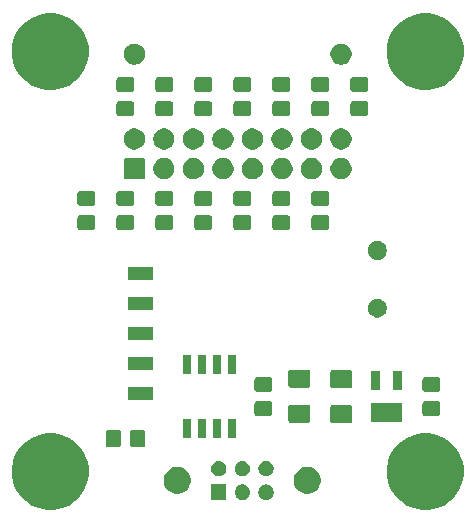
<source format=gbr>
G04 #@! TF.GenerationSoftware,KiCad,Pcbnew,(5.0.1)-3*
G04 #@! TF.CreationDate,2020-02-22T10:46:56-05:00*
G04 #@! TF.ProjectId,fill_sensing,66696C6C5F73656E73696E672E6B6963,rev?*
G04 #@! TF.SameCoordinates,Original*
G04 #@! TF.FileFunction,Soldermask,Bot*
G04 #@! TF.FilePolarity,Negative*
%FSLAX46Y46*%
G04 Gerber Fmt 4.6, Leading zero omitted, Abs format (unit mm)*
G04 Created by KiCad (PCBNEW (5.0.1)-3) date 2020-02-22 10:46:56 AM*
%MOMM*%
%LPD*%
G01*
G04 APERTURE LIST*
%ADD10C,0.100000*%
G04 APERTURE END LIST*
D10*
G36*
X137032239Y-100697467D02*
X137346282Y-100759934D01*
X137937926Y-101005001D01*
X138466802Y-101358385D01*
X138470395Y-101360786D01*
X138923214Y-101813605D01*
X138923216Y-101813608D01*
X139278999Y-102346074D01*
X139524066Y-102937718D01*
X139547413Y-103055091D01*
X139649000Y-103565803D01*
X139649000Y-104206197D01*
X139648460Y-104208911D01*
X139524066Y-104834282D01*
X139278999Y-105425926D01*
X139069964Y-105738768D01*
X138923214Y-105958395D01*
X138470395Y-106411214D01*
X138470392Y-106411216D01*
X137937926Y-106766999D01*
X137346282Y-107012066D01*
X137032239Y-107074533D01*
X136718197Y-107137000D01*
X136077803Y-107137000D01*
X135763761Y-107074533D01*
X135449718Y-107012066D01*
X134858074Y-106766999D01*
X134325608Y-106411216D01*
X134325605Y-106411214D01*
X133872786Y-105958395D01*
X133726036Y-105738768D01*
X133517001Y-105425926D01*
X133271934Y-104834282D01*
X133147540Y-104208911D01*
X133147000Y-104206197D01*
X133147000Y-103565803D01*
X133248587Y-103055091D01*
X133271934Y-102937718D01*
X133517001Y-102346074D01*
X133872784Y-101813608D01*
X133872786Y-101813605D01*
X134325605Y-101360786D01*
X134329198Y-101358385D01*
X134858074Y-101005001D01*
X135449718Y-100759934D01*
X135763761Y-100697467D01*
X136077803Y-100635000D01*
X136718197Y-100635000D01*
X137032239Y-100697467D01*
X137032239Y-100697467D01*
G37*
G36*
X105282239Y-100697467D02*
X105596282Y-100759934D01*
X106187926Y-101005001D01*
X106716802Y-101358385D01*
X106720395Y-101360786D01*
X107173214Y-101813605D01*
X107173216Y-101813608D01*
X107528999Y-102346074D01*
X107774066Y-102937718D01*
X107797413Y-103055091D01*
X107899000Y-103565803D01*
X107899000Y-104206197D01*
X107898460Y-104208911D01*
X107774066Y-104834282D01*
X107528999Y-105425926D01*
X107319964Y-105738768D01*
X107173214Y-105958395D01*
X106720395Y-106411214D01*
X106720392Y-106411216D01*
X106187926Y-106766999D01*
X105596282Y-107012066D01*
X105282239Y-107074533D01*
X104968197Y-107137000D01*
X104327803Y-107137000D01*
X104013761Y-107074533D01*
X103699718Y-107012066D01*
X103108074Y-106766999D01*
X102575608Y-106411216D01*
X102575605Y-106411214D01*
X102122786Y-105958395D01*
X101976036Y-105738768D01*
X101767001Y-105425926D01*
X101521934Y-104834282D01*
X101397540Y-104208911D01*
X101397000Y-104206197D01*
X101397000Y-103565803D01*
X101498587Y-103055091D01*
X101521934Y-102937718D01*
X101767001Y-102346074D01*
X102122784Y-101813608D01*
X102122786Y-101813605D01*
X102575605Y-101360786D01*
X102579198Y-101358385D01*
X103108074Y-101005001D01*
X103699718Y-100759934D01*
X104013761Y-100697467D01*
X104327803Y-100635000D01*
X104968197Y-100635000D01*
X105282239Y-100697467D01*
X105282239Y-100697467D01*
G37*
G36*
X123093890Y-105006017D02*
X123212361Y-105055089D01*
X123318992Y-105126338D01*
X123409662Y-105217008D01*
X123480911Y-105323639D01*
X123529983Y-105442110D01*
X123555000Y-105567881D01*
X123555000Y-105696119D01*
X123529983Y-105821890D01*
X123480911Y-105940361D01*
X123409662Y-106046992D01*
X123318992Y-106137662D01*
X123212361Y-106208911D01*
X123093890Y-106257983D01*
X122968119Y-106283000D01*
X122839881Y-106283000D01*
X122714110Y-106257983D01*
X122595639Y-106208911D01*
X122489008Y-106137662D01*
X122398338Y-106046992D01*
X122327089Y-105940361D01*
X122278017Y-105821890D01*
X122253000Y-105696119D01*
X122253000Y-105567881D01*
X122278017Y-105442110D01*
X122327089Y-105323639D01*
X122398338Y-105217008D01*
X122489008Y-105126338D01*
X122595639Y-105055089D01*
X122714110Y-105006017D01*
X122839881Y-104981000D01*
X122968119Y-104981000D01*
X123093890Y-105006017D01*
X123093890Y-105006017D01*
G37*
G36*
X119555000Y-106283000D02*
X118253000Y-106283000D01*
X118253000Y-104981000D01*
X119555000Y-104981000D01*
X119555000Y-106283000D01*
X119555000Y-106283000D01*
G37*
G36*
X121093890Y-105006017D02*
X121212361Y-105055089D01*
X121318992Y-105126338D01*
X121409662Y-105217008D01*
X121480911Y-105323639D01*
X121529983Y-105442110D01*
X121555000Y-105567881D01*
X121555000Y-105696119D01*
X121529983Y-105821890D01*
X121480911Y-105940361D01*
X121409662Y-106046992D01*
X121318992Y-106137662D01*
X121212361Y-106208911D01*
X121093890Y-106257983D01*
X120968119Y-106283000D01*
X120839881Y-106283000D01*
X120714110Y-106257983D01*
X120595639Y-106208911D01*
X120489008Y-106137662D01*
X120398338Y-106046992D01*
X120327089Y-105940361D01*
X120278017Y-105821890D01*
X120253000Y-105696119D01*
X120253000Y-105567881D01*
X120278017Y-105442110D01*
X120327089Y-105323639D01*
X120398338Y-105217008D01*
X120489008Y-105126338D01*
X120595639Y-105055089D01*
X120714110Y-105006017D01*
X120839881Y-104981000D01*
X120968119Y-104981000D01*
X121093890Y-105006017D01*
X121093890Y-105006017D01*
G37*
G36*
X126739734Y-103525232D02*
X126949202Y-103611996D01*
X127137723Y-103737962D01*
X127298038Y-103898277D01*
X127424004Y-104086798D01*
X127510768Y-104296266D01*
X127555000Y-104518635D01*
X127555000Y-104745365D01*
X127510768Y-104967734D01*
X127424004Y-105177202D01*
X127298038Y-105365723D01*
X127137723Y-105526038D01*
X126949202Y-105652004D01*
X126739734Y-105738768D01*
X126517365Y-105783000D01*
X126290635Y-105783000D01*
X126068266Y-105738768D01*
X125858798Y-105652004D01*
X125670277Y-105526038D01*
X125509962Y-105365723D01*
X125383996Y-105177202D01*
X125297232Y-104967734D01*
X125253000Y-104745365D01*
X125253000Y-104518635D01*
X125297232Y-104296266D01*
X125383996Y-104086798D01*
X125509962Y-103898277D01*
X125670277Y-103737962D01*
X125858798Y-103611996D01*
X126068266Y-103525232D01*
X126290635Y-103481000D01*
X126517365Y-103481000D01*
X126739734Y-103525232D01*
X126739734Y-103525232D01*
G37*
G36*
X115739734Y-103525232D02*
X115949202Y-103611996D01*
X116137723Y-103737962D01*
X116298038Y-103898277D01*
X116424004Y-104086798D01*
X116510768Y-104296266D01*
X116555000Y-104518635D01*
X116555000Y-104745365D01*
X116510768Y-104967734D01*
X116424004Y-105177202D01*
X116298038Y-105365723D01*
X116137723Y-105526038D01*
X115949202Y-105652004D01*
X115739734Y-105738768D01*
X115517365Y-105783000D01*
X115290635Y-105783000D01*
X115068266Y-105738768D01*
X114858798Y-105652004D01*
X114670277Y-105526038D01*
X114509962Y-105365723D01*
X114383996Y-105177202D01*
X114297232Y-104967734D01*
X114253000Y-104745365D01*
X114253000Y-104518635D01*
X114297232Y-104296266D01*
X114383996Y-104086798D01*
X114509962Y-103898277D01*
X114670277Y-103737962D01*
X114858798Y-103611996D01*
X115068266Y-103525232D01*
X115290635Y-103481000D01*
X115517365Y-103481000D01*
X115739734Y-103525232D01*
X115739734Y-103525232D01*
G37*
G36*
X119093890Y-103006017D02*
X119212361Y-103055089D01*
X119318992Y-103126338D01*
X119409662Y-103217008D01*
X119480911Y-103323639D01*
X119529983Y-103442110D01*
X119555000Y-103567881D01*
X119555000Y-103696119D01*
X119529983Y-103821890D01*
X119480911Y-103940361D01*
X119409662Y-104046992D01*
X119318992Y-104137662D01*
X119212361Y-104208911D01*
X119093890Y-104257983D01*
X118968119Y-104283000D01*
X118839881Y-104283000D01*
X118714110Y-104257983D01*
X118595639Y-104208911D01*
X118489008Y-104137662D01*
X118398338Y-104046992D01*
X118327089Y-103940361D01*
X118278017Y-103821890D01*
X118253000Y-103696119D01*
X118253000Y-103567881D01*
X118278017Y-103442110D01*
X118327089Y-103323639D01*
X118398338Y-103217008D01*
X118489008Y-103126338D01*
X118595639Y-103055089D01*
X118714110Y-103006017D01*
X118839881Y-102981000D01*
X118968119Y-102981000D01*
X119093890Y-103006017D01*
X119093890Y-103006017D01*
G37*
G36*
X121093890Y-103006017D02*
X121212361Y-103055089D01*
X121318992Y-103126338D01*
X121409662Y-103217008D01*
X121480911Y-103323639D01*
X121529983Y-103442110D01*
X121555000Y-103567881D01*
X121555000Y-103696119D01*
X121529983Y-103821890D01*
X121480911Y-103940361D01*
X121409662Y-104046992D01*
X121318992Y-104137662D01*
X121212361Y-104208911D01*
X121093890Y-104257983D01*
X120968119Y-104283000D01*
X120839881Y-104283000D01*
X120714110Y-104257983D01*
X120595639Y-104208911D01*
X120489008Y-104137662D01*
X120398338Y-104046992D01*
X120327089Y-103940361D01*
X120278017Y-103821890D01*
X120253000Y-103696119D01*
X120253000Y-103567881D01*
X120278017Y-103442110D01*
X120327089Y-103323639D01*
X120398338Y-103217008D01*
X120489008Y-103126338D01*
X120595639Y-103055089D01*
X120714110Y-103006017D01*
X120839881Y-102981000D01*
X120968119Y-102981000D01*
X121093890Y-103006017D01*
X121093890Y-103006017D01*
G37*
G36*
X123093890Y-103006017D02*
X123212361Y-103055089D01*
X123318992Y-103126338D01*
X123409662Y-103217008D01*
X123480911Y-103323639D01*
X123529983Y-103442110D01*
X123555000Y-103567881D01*
X123555000Y-103696119D01*
X123529983Y-103821890D01*
X123480911Y-103940361D01*
X123409662Y-104046992D01*
X123318992Y-104137662D01*
X123212361Y-104208911D01*
X123093890Y-104257983D01*
X122968119Y-104283000D01*
X122839881Y-104283000D01*
X122714110Y-104257983D01*
X122595639Y-104208911D01*
X122489008Y-104137662D01*
X122398338Y-104046992D01*
X122327089Y-103940361D01*
X122278017Y-103821890D01*
X122253000Y-103696119D01*
X122253000Y-103567881D01*
X122278017Y-103442110D01*
X122327089Y-103323639D01*
X122398338Y-103217008D01*
X122489008Y-103126338D01*
X122595639Y-103055089D01*
X122714110Y-103006017D01*
X122839881Y-102981000D01*
X122968119Y-102981000D01*
X123093890Y-103006017D01*
X123093890Y-103006017D01*
G37*
G36*
X110445677Y-100345465D02*
X110483364Y-100356898D01*
X110518103Y-100375466D01*
X110548548Y-100400452D01*
X110573534Y-100430897D01*
X110592102Y-100465636D01*
X110603535Y-100503323D01*
X110608000Y-100548661D01*
X110608000Y-101635339D01*
X110603535Y-101680677D01*
X110592102Y-101718364D01*
X110573534Y-101753103D01*
X110548548Y-101783548D01*
X110518103Y-101808534D01*
X110483364Y-101827102D01*
X110445677Y-101838535D01*
X110400339Y-101843000D01*
X109563661Y-101843000D01*
X109518323Y-101838535D01*
X109480636Y-101827102D01*
X109445897Y-101808534D01*
X109415452Y-101783548D01*
X109390466Y-101753103D01*
X109371898Y-101718364D01*
X109360465Y-101680677D01*
X109356000Y-101635339D01*
X109356000Y-100548661D01*
X109360465Y-100503323D01*
X109371898Y-100465636D01*
X109390466Y-100430897D01*
X109415452Y-100400452D01*
X109445897Y-100375466D01*
X109480636Y-100356898D01*
X109518323Y-100345465D01*
X109563661Y-100341000D01*
X110400339Y-100341000D01*
X110445677Y-100345465D01*
X110445677Y-100345465D01*
G37*
G36*
X112495677Y-100345465D02*
X112533364Y-100356898D01*
X112568103Y-100375466D01*
X112598548Y-100400452D01*
X112623534Y-100430897D01*
X112642102Y-100465636D01*
X112653535Y-100503323D01*
X112658000Y-100548661D01*
X112658000Y-101635339D01*
X112653535Y-101680677D01*
X112642102Y-101718364D01*
X112623534Y-101753103D01*
X112598548Y-101783548D01*
X112568103Y-101808534D01*
X112533364Y-101827102D01*
X112495677Y-101838535D01*
X112450339Y-101843000D01*
X111613661Y-101843000D01*
X111568323Y-101838535D01*
X111530636Y-101827102D01*
X111495897Y-101808534D01*
X111465452Y-101783548D01*
X111440466Y-101753103D01*
X111421898Y-101718364D01*
X111410465Y-101680677D01*
X111406000Y-101635339D01*
X111406000Y-100548661D01*
X111410465Y-100503323D01*
X111421898Y-100465636D01*
X111440466Y-100430897D01*
X111465452Y-100400452D01*
X111495897Y-100375466D01*
X111530636Y-100356898D01*
X111568323Y-100345465D01*
X111613661Y-100341000D01*
X112450339Y-100341000D01*
X112495677Y-100345465D01*
X112495677Y-100345465D01*
G37*
G36*
X119096000Y-101062000D02*
X118394000Y-101062000D01*
X118394000Y-99410000D01*
X119096000Y-99410000D01*
X119096000Y-101062000D01*
X119096000Y-101062000D01*
G37*
G36*
X116556000Y-101062000D02*
X115854000Y-101062000D01*
X115854000Y-99410000D01*
X116556000Y-99410000D01*
X116556000Y-101062000D01*
X116556000Y-101062000D01*
G37*
G36*
X117826000Y-101062000D02*
X117124000Y-101062000D01*
X117124000Y-99410000D01*
X117826000Y-99410000D01*
X117826000Y-101062000D01*
X117826000Y-101062000D01*
G37*
G36*
X120366000Y-101062000D02*
X119664000Y-101062000D01*
X119664000Y-99410000D01*
X120366000Y-99410000D01*
X120366000Y-101062000D01*
X120366000Y-101062000D01*
G37*
G36*
X130061562Y-98264181D02*
X130096477Y-98274773D01*
X130128665Y-98291978D01*
X130156873Y-98315127D01*
X130180022Y-98343335D01*
X130197227Y-98375523D01*
X130207819Y-98410438D01*
X130212000Y-98452895D01*
X130212000Y-99594105D01*
X130207819Y-99636562D01*
X130197227Y-99671477D01*
X130180022Y-99703665D01*
X130156873Y-99731873D01*
X130128665Y-99755022D01*
X130096477Y-99772227D01*
X130061562Y-99782819D01*
X130019105Y-99787000D01*
X128552895Y-99787000D01*
X128510438Y-99782819D01*
X128475523Y-99772227D01*
X128443335Y-99755022D01*
X128415127Y-99731873D01*
X128391978Y-99703665D01*
X128374773Y-99671477D01*
X128364181Y-99636562D01*
X128360000Y-99594105D01*
X128360000Y-98452895D01*
X128364181Y-98410438D01*
X128374773Y-98375523D01*
X128391978Y-98343335D01*
X128415127Y-98315127D01*
X128443335Y-98291978D01*
X128475523Y-98274773D01*
X128510438Y-98264181D01*
X128552895Y-98260000D01*
X130019105Y-98260000D01*
X130061562Y-98264181D01*
X130061562Y-98264181D01*
G37*
G36*
X126505562Y-98227681D02*
X126540477Y-98238273D01*
X126572665Y-98255478D01*
X126600873Y-98278627D01*
X126624022Y-98306835D01*
X126641227Y-98339023D01*
X126651819Y-98373938D01*
X126656000Y-98416395D01*
X126656000Y-99557605D01*
X126651819Y-99600062D01*
X126641227Y-99634977D01*
X126624022Y-99667165D01*
X126600873Y-99695373D01*
X126572665Y-99718522D01*
X126540477Y-99735727D01*
X126505562Y-99746319D01*
X126463105Y-99750500D01*
X124996895Y-99750500D01*
X124954438Y-99746319D01*
X124919523Y-99735727D01*
X124887335Y-99718522D01*
X124859127Y-99695373D01*
X124835978Y-99667165D01*
X124818773Y-99634977D01*
X124808181Y-99600062D01*
X124804000Y-99557605D01*
X124804000Y-98416395D01*
X124808181Y-98373938D01*
X124818773Y-98339023D01*
X124835978Y-98306835D01*
X124859127Y-98278627D01*
X124887335Y-98255478D01*
X124919523Y-98238273D01*
X124954438Y-98227681D01*
X124996895Y-98223500D01*
X126463105Y-98223500D01*
X126505562Y-98227681D01*
X126505562Y-98227681D01*
G37*
G36*
X134422000Y-99717000D02*
X131770000Y-99717000D01*
X131770000Y-98055000D01*
X134422000Y-98055000D01*
X134422000Y-99717000D01*
X134422000Y-99717000D01*
G37*
G36*
X123270677Y-97939465D02*
X123308364Y-97950898D01*
X123343103Y-97969466D01*
X123373548Y-97994452D01*
X123398534Y-98024897D01*
X123417102Y-98059636D01*
X123428535Y-98097323D01*
X123433000Y-98142661D01*
X123433000Y-98979339D01*
X123428535Y-99024677D01*
X123417102Y-99062364D01*
X123398534Y-99097103D01*
X123373548Y-99127548D01*
X123343103Y-99152534D01*
X123308364Y-99171102D01*
X123270677Y-99182535D01*
X123225339Y-99187000D01*
X122138661Y-99187000D01*
X122093323Y-99182535D01*
X122055636Y-99171102D01*
X122020897Y-99152534D01*
X121990452Y-99127548D01*
X121965466Y-99097103D01*
X121946898Y-99062364D01*
X121935465Y-99024677D01*
X121931000Y-98979339D01*
X121931000Y-98142661D01*
X121935465Y-98097323D01*
X121946898Y-98059636D01*
X121965466Y-98024897D01*
X121990452Y-97994452D01*
X122020897Y-97969466D01*
X122055636Y-97950898D01*
X122093323Y-97939465D01*
X122138661Y-97935000D01*
X123225339Y-97935000D01*
X123270677Y-97939465D01*
X123270677Y-97939465D01*
G37*
G36*
X137494677Y-97939465D02*
X137532364Y-97950898D01*
X137567103Y-97969466D01*
X137597548Y-97994452D01*
X137622534Y-98024897D01*
X137641102Y-98059636D01*
X137652535Y-98097323D01*
X137657000Y-98142661D01*
X137657000Y-98979339D01*
X137652535Y-99024677D01*
X137641102Y-99062364D01*
X137622534Y-99097103D01*
X137597548Y-99127548D01*
X137567103Y-99152534D01*
X137532364Y-99171102D01*
X137494677Y-99182535D01*
X137449339Y-99187000D01*
X136362661Y-99187000D01*
X136317323Y-99182535D01*
X136279636Y-99171102D01*
X136244897Y-99152534D01*
X136214452Y-99127548D01*
X136189466Y-99097103D01*
X136170898Y-99062364D01*
X136159465Y-99024677D01*
X136155000Y-98979339D01*
X136155000Y-98142661D01*
X136159465Y-98097323D01*
X136170898Y-98059636D01*
X136189466Y-98024897D01*
X136214452Y-97994452D01*
X136244897Y-97969466D01*
X136279636Y-97950898D01*
X136317323Y-97939465D01*
X136362661Y-97935000D01*
X137449339Y-97935000D01*
X137494677Y-97939465D01*
X137494677Y-97939465D01*
G37*
G36*
X113319000Y-97833000D02*
X111217000Y-97833000D01*
X111217000Y-96731000D01*
X113319000Y-96731000D01*
X113319000Y-97833000D01*
X113319000Y-97833000D01*
G37*
G36*
X137494677Y-95889465D02*
X137532364Y-95900898D01*
X137567103Y-95919466D01*
X137597548Y-95944452D01*
X137622534Y-95974897D01*
X137641102Y-96009636D01*
X137652535Y-96047323D01*
X137657000Y-96092661D01*
X137657000Y-96929339D01*
X137652535Y-96974677D01*
X137641102Y-97012364D01*
X137622534Y-97047103D01*
X137597548Y-97077548D01*
X137567103Y-97102534D01*
X137532364Y-97121102D01*
X137494677Y-97132535D01*
X137449339Y-97137000D01*
X136362661Y-97137000D01*
X136317323Y-97132535D01*
X136279636Y-97121102D01*
X136244897Y-97102534D01*
X136214452Y-97077548D01*
X136189466Y-97047103D01*
X136170898Y-97012364D01*
X136159465Y-96974677D01*
X136155000Y-96929339D01*
X136155000Y-96092661D01*
X136159465Y-96047323D01*
X136170898Y-96009636D01*
X136189466Y-95974897D01*
X136214452Y-95944452D01*
X136244897Y-95919466D01*
X136279636Y-95900898D01*
X136317323Y-95889465D01*
X136362661Y-95885000D01*
X137449339Y-95885000D01*
X137494677Y-95889465D01*
X137494677Y-95889465D01*
G37*
G36*
X123270677Y-95889465D02*
X123308364Y-95900898D01*
X123343103Y-95919466D01*
X123373548Y-95944452D01*
X123398534Y-95974897D01*
X123417102Y-96009636D01*
X123428535Y-96047323D01*
X123433000Y-96092661D01*
X123433000Y-96929339D01*
X123428535Y-96974677D01*
X123417102Y-97012364D01*
X123398534Y-97047103D01*
X123373548Y-97077548D01*
X123343103Y-97102534D01*
X123308364Y-97121102D01*
X123270677Y-97132535D01*
X123225339Y-97137000D01*
X122138661Y-97137000D01*
X122093323Y-97132535D01*
X122055636Y-97121102D01*
X122020897Y-97102534D01*
X121990452Y-97077548D01*
X121965466Y-97047103D01*
X121946898Y-97012364D01*
X121935465Y-96974677D01*
X121931000Y-96929339D01*
X121931000Y-96092661D01*
X121935465Y-96047323D01*
X121946898Y-96009636D01*
X121965466Y-95974897D01*
X121990452Y-95944452D01*
X122020897Y-95919466D01*
X122055636Y-95900898D01*
X122093323Y-95889465D01*
X122138661Y-95885000D01*
X123225339Y-95885000D01*
X123270677Y-95889465D01*
X123270677Y-95889465D01*
G37*
G36*
X134422000Y-97017000D02*
X133670000Y-97017000D01*
X133670000Y-95355000D01*
X134422000Y-95355000D01*
X134422000Y-97017000D01*
X134422000Y-97017000D01*
G37*
G36*
X132522000Y-97017000D02*
X131770000Y-97017000D01*
X131770000Y-95355000D01*
X132522000Y-95355000D01*
X132522000Y-97017000D01*
X132522000Y-97017000D01*
G37*
G36*
X130061562Y-95289181D02*
X130096477Y-95299773D01*
X130128665Y-95316978D01*
X130156873Y-95340127D01*
X130180022Y-95368335D01*
X130197227Y-95400523D01*
X130207819Y-95435438D01*
X130212000Y-95477895D01*
X130212000Y-96619105D01*
X130207819Y-96661562D01*
X130197227Y-96696477D01*
X130180022Y-96728665D01*
X130156873Y-96756873D01*
X130128665Y-96780022D01*
X130096477Y-96797227D01*
X130061562Y-96807819D01*
X130019105Y-96812000D01*
X128552895Y-96812000D01*
X128510438Y-96807819D01*
X128475523Y-96797227D01*
X128443335Y-96780022D01*
X128415127Y-96756873D01*
X128391978Y-96728665D01*
X128374773Y-96696477D01*
X128364181Y-96661562D01*
X128360000Y-96619105D01*
X128360000Y-95477895D01*
X128364181Y-95435438D01*
X128374773Y-95400523D01*
X128391978Y-95368335D01*
X128415127Y-95340127D01*
X128443335Y-95316978D01*
X128475523Y-95299773D01*
X128510438Y-95289181D01*
X128552895Y-95285000D01*
X130019105Y-95285000D01*
X130061562Y-95289181D01*
X130061562Y-95289181D01*
G37*
G36*
X126505562Y-95252681D02*
X126540477Y-95263273D01*
X126572665Y-95280478D01*
X126600873Y-95303627D01*
X126624022Y-95331835D01*
X126641227Y-95364023D01*
X126651819Y-95398938D01*
X126656000Y-95441395D01*
X126656000Y-96582605D01*
X126651819Y-96625062D01*
X126641227Y-96659977D01*
X126624022Y-96692165D01*
X126600873Y-96720373D01*
X126572665Y-96743522D01*
X126540477Y-96760727D01*
X126505562Y-96771319D01*
X126463105Y-96775500D01*
X124996895Y-96775500D01*
X124954438Y-96771319D01*
X124919523Y-96760727D01*
X124887335Y-96743522D01*
X124859127Y-96720373D01*
X124835978Y-96692165D01*
X124818773Y-96659977D01*
X124808181Y-96625062D01*
X124804000Y-96582605D01*
X124804000Y-95441395D01*
X124808181Y-95398938D01*
X124818773Y-95364023D01*
X124835978Y-95331835D01*
X124859127Y-95303627D01*
X124887335Y-95280478D01*
X124919523Y-95263273D01*
X124954438Y-95252681D01*
X124996895Y-95248500D01*
X126463105Y-95248500D01*
X126505562Y-95252681D01*
X126505562Y-95252681D01*
G37*
G36*
X119096000Y-95662000D02*
X118394000Y-95662000D01*
X118394000Y-94010000D01*
X119096000Y-94010000D01*
X119096000Y-95662000D01*
X119096000Y-95662000D01*
G37*
G36*
X116556000Y-95662000D02*
X115854000Y-95662000D01*
X115854000Y-94010000D01*
X116556000Y-94010000D01*
X116556000Y-95662000D01*
X116556000Y-95662000D01*
G37*
G36*
X120366000Y-95662000D02*
X119664000Y-95662000D01*
X119664000Y-94010000D01*
X120366000Y-94010000D01*
X120366000Y-95662000D01*
X120366000Y-95662000D01*
G37*
G36*
X117826000Y-95662000D02*
X117124000Y-95662000D01*
X117124000Y-94010000D01*
X117826000Y-94010000D01*
X117826000Y-95662000D01*
X117826000Y-95662000D01*
G37*
G36*
X113319000Y-95293000D02*
X111217000Y-95293000D01*
X111217000Y-94191000D01*
X113319000Y-94191000D01*
X113319000Y-95293000D01*
X113319000Y-95293000D01*
G37*
G36*
X113319000Y-92753000D02*
X111217000Y-92753000D01*
X111217000Y-91651000D01*
X113319000Y-91651000D01*
X113319000Y-92753000D01*
X113319000Y-92753000D01*
G37*
G36*
X132567643Y-89272781D02*
X132713415Y-89333162D01*
X132844611Y-89420824D01*
X132956176Y-89532389D01*
X133043838Y-89663585D01*
X133104219Y-89809357D01*
X133135000Y-89964107D01*
X133135000Y-90121893D01*
X133104219Y-90276643D01*
X133043838Y-90422415D01*
X132956176Y-90553611D01*
X132844611Y-90665176D01*
X132713415Y-90752838D01*
X132567643Y-90813219D01*
X132412893Y-90844000D01*
X132255107Y-90844000D01*
X132100357Y-90813219D01*
X131954585Y-90752838D01*
X131823389Y-90665176D01*
X131711824Y-90553611D01*
X131624162Y-90422415D01*
X131563781Y-90276643D01*
X131533000Y-90121893D01*
X131533000Y-89964107D01*
X131563781Y-89809357D01*
X131624162Y-89663585D01*
X131711824Y-89532389D01*
X131823389Y-89420824D01*
X131954585Y-89333162D01*
X132100357Y-89272781D01*
X132255107Y-89242000D01*
X132412893Y-89242000D01*
X132567643Y-89272781D01*
X132567643Y-89272781D01*
G37*
G36*
X113319000Y-90213000D02*
X111217000Y-90213000D01*
X111217000Y-89111000D01*
X113319000Y-89111000D01*
X113319000Y-90213000D01*
X113319000Y-90213000D01*
G37*
G36*
X113319000Y-87673000D02*
X111217000Y-87673000D01*
X111217000Y-86571000D01*
X113319000Y-86571000D01*
X113319000Y-87673000D01*
X113319000Y-87673000D01*
G37*
G36*
X132567643Y-84392781D02*
X132713415Y-84453162D01*
X132844611Y-84540824D01*
X132956176Y-84652389D01*
X133043838Y-84783585D01*
X133104219Y-84929357D01*
X133135000Y-85084107D01*
X133135000Y-85241893D01*
X133104219Y-85396643D01*
X133043838Y-85542415D01*
X132956176Y-85673611D01*
X132844611Y-85785176D01*
X132713415Y-85872838D01*
X132567643Y-85933219D01*
X132412893Y-85964000D01*
X132255107Y-85964000D01*
X132100357Y-85933219D01*
X131954585Y-85872838D01*
X131823389Y-85785176D01*
X131711824Y-85673611D01*
X131624162Y-85542415D01*
X131563781Y-85396643D01*
X131533000Y-85241893D01*
X131533000Y-85084107D01*
X131563781Y-84929357D01*
X131624162Y-84783585D01*
X131711824Y-84652389D01*
X131823389Y-84540824D01*
X131954585Y-84453162D01*
X132100357Y-84392781D01*
X132255107Y-84362000D01*
X132412893Y-84362000D01*
X132567643Y-84392781D01*
X132567643Y-84392781D01*
G37*
G36*
X118190677Y-82200465D02*
X118228364Y-82211898D01*
X118263103Y-82230466D01*
X118293548Y-82255452D01*
X118318534Y-82285897D01*
X118337102Y-82320636D01*
X118348535Y-82358323D01*
X118353000Y-82403661D01*
X118353000Y-83240339D01*
X118348535Y-83285677D01*
X118337102Y-83323364D01*
X118318534Y-83358103D01*
X118293548Y-83388548D01*
X118263103Y-83413534D01*
X118228364Y-83432102D01*
X118190677Y-83443535D01*
X118145339Y-83448000D01*
X117058661Y-83448000D01*
X117013323Y-83443535D01*
X116975636Y-83432102D01*
X116940897Y-83413534D01*
X116910452Y-83388548D01*
X116885466Y-83358103D01*
X116866898Y-83323364D01*
X116855465Y-83285677D01*
X116851000Y-83240339D01*
X116851000Y-82403661D01*
X116855465Y-82358323D01*
X116866898Y-82320636D01*
X116885466Y-82285897D01*
X116910452Y-82255452D01*
X116940897Y-82230466D01*
X116975636Y-82211898D01*
X117013323Y-82200465D01*
X117058661Y-82196000D01*
X118145339Y-82196000D01*
X118190677Y-82200465D01*
X118190677Y-82200465D01*
G37*
G36*
X124794677Y-82200465D02*
X124832364Y-82211898D01*
X124867103Y-82230466D01*
X124897548Y-82255452D01*
X124922534Y-82285897D01*
X124941102Y-82320636D01*
X124952535Y-82358323D01*
X124957000Y-82403661D01*
X124957000Y-83240339D01*
X124952535Y-83285677D01*
X124941102Y-83323364D01*
X124922534Y-83358103D01*
X124897548Y-83388548D01*
X124867103Y-83413534D01*
X124832364Y-83432102D01*
X124794677Y-83443535D01*
X124749339Y-83448000D01*
X123662661Y-83448000D01*
X123617323Y-83443535D01*
X123579636Y-83432102D01*
X123544897Y-83413534D01*
X123514452Y-83388548D01*
X123489466Y-83358103D01*
X123470898Y-83323364D01*
X123459465Y-83285677D01*
X123455000Y-83240339D01*
X123455000Y-82403661D01*
X123459465Y-82358323D01*
X123470898Y-82320636D01*
X123489466Y-82285897D01*
X123514452Y-82255452D01*
X123544897Y-82230466D01*
X123579636Y-82211898D01*
X123617323Y-82200465D01*
X123662661Y-82196000D01*
X124749339Y-82196000D01*
X124794677Y-82200465D01*
X124794677Y-82200465D01*
G37*
G36*
X108284677Y-82182465D02*
X108322364Y-82193898D01*
X108357103Y-82212466D01*
X108387548Y-82237452D01*
X108412534Y-82267897D01*
X108431102Y-82302636D01*
X108442535Y-82340323D01*
X108447000Y-82385661D01*
X108447000Y-83222339D01*
X108442535Y-83267677D01*
X108431102Y-83305364D01*
X108412534Y-83340103D01*
X108387548Y-83370548D01*
X108357103Y-83395534D01*
X108322364Y-83414102D01*
X108284677Y-83425535D01*
X108239339Y-83430000D01*
X107152661Y-83430000D01*
X107107323Y-83425535D01*
X107069636Y-83414102D01*
X107034897Y-83395534D01*
X107004452Y-83370548D01*
X106979466Y-83340103D01*
X106960898Y-83305364D01*
X106949465Y-83267677D01*
X106945000Y-83222339D01*
X106945000Y-82385661D01*
X106949465Y-82340323D01*
X106960898Y-82302636D01*
X106979466Y-82267897D01*
X107004452Y-82237452D01*
X107034897Y-82212466D01*
X107069636Y-82193898D01*
X107107323Y-82182465D01*
X107152661Y-82178000D01*
X108239339Y-82178000D01*
X108284677Y-82182465D01*
X108284677Y-82182465D01*
G37*
G36*
X111586677Y-82182465D02*
X111624364Y-82193898D01*
X111659103Y-82212466D01*
X111689548Y-82237452D01*
X111714534Y-82267897D01*
X111733102Y-82302636D01*
X111744535Y-82340323D01*
X111749000Y-82385661D01*
X111749000Y-83222339D01*
X111744535Y-83267677D01*
X111733102Y-83305364D01*
X111714534Y-83340103D01*
X111689548Y-83370548D01*
X111659103Y-83395534D01*
X111624364Y-83414102D01*
X111586677Y-83425535D01*
X111541339Y-83430000D01*
X110454661Y-83430000D01*
X110409323Y-83425535D01*
X110371636Y-83414102D01*
X110336897Y-83395534D01*
X110306452Y-83370548D01*
X110281466Y-83340103D01*
X110262898Y-83305364D01*
X110251465Y-83267677D01*
X110247000Y-83222339D01*
X110247000Y-82385661D01*
X110251465Y-82340323D01*
X110262898Y-82302636D01*
X110281466Y-82267897D01*
X110306452Y-82237452D01*
X110336897Y-82212466D01*
X110371636Y-82193898D01*
X110409323Y-82182465D01*
X110454661Y-82178000D01*
X111541339Y-82178000D01*
X111586677Y-82182465D01*
X111586677Y-82182465D01*
G37*
G36*
X121492677Y-82182465D02*
X121530364Y-82193898D01*
X121565103Y-82212466D01*
X121595548Y-82237452D01*
X121620534Y-82267897D01*
X121639102Y-82302636D01*
X121650535Y-82340323D01*
X121655000Y-82385661D01*
X121655000Y-83222339D01*
X121650535Y-83267677D01*
X121639102Y-83305364D01*
X121620534Y-83340103D01*
X121595548Y-83370548D01*
X121565103Y-83395534D01*
X121530364Y-83414102D01*
X121492677Y-83425535D01*
X121447339Y-83430000D01*
X120360661Y-83430000D01*
X120315323Y-83425535D01*
X120277636Y-83414102D01*
X120242897Y-83395534D01*
X120212452Y-83370548D01*
X120187466Y-83340103D01*
X120168898Y-83305364D01*
X120157465Y-83267677D01*
X120153000Y-83222339D01*
X120153000Y-82385661D01*
X120157465Y-82340323D01*
X120168898Y-82302636D01*
X120187466Y-82267897D01*
X120212452Y-82237452D01*
X120242897Y-82212466D01*
X120277636Y-82193898D01*
X120315323Y-82182465D01*
X120360661Y-82178000D01*
X121447339Y-82178000D01*
X121492677Y-82182465D01*
X121492677Y-82182465D01*
G37*
G36*
X114888677Y-82182465D02*
X114926364Y-82193898D01*
X114961103Y-82212466D01*
X114991548Y-82237452D01*
X115016534Y-82267897D01*
X115035102Y-82302636D01*
X115046535Y-82340323D01*
X115051000Y-82385661D01*
X115051000Y-83222339D01*
X115046535Y-83267677D01*
X115035102Y-83305364D01*
X115016534Y-83340103D01*
X114991548Y-83370548D01*
X114961103Y-83395534D01*
X114926364Y-83414102D01*
X114888677Y-83425535D01*
X114843339Y-83430000D01*
X113756661Y-83430000D01*
X113711323Y-83425535D01*
X113673636Y-83414102D01*
X113638897Y-83395534D01*
X113608452Y-83370548D01*
X113583466Y-83340103D01*
X113564898Y-83305364D01*
X113553465Y-83267677D01*
X113549000Y-83222339D01*
X113549000Y-82385661D01*
X113553465Y-82340323D01*
X113564898Y-82302636D01*
X113583466Y-82267897D01*
X113608452Y-82237452D01*
X113638897Y-82212466D01*
X113673636Y-82193898D01*
X113711323Y-82182465D01*
X113756661Y-82178000D01*
X114843339Y-82178000D01*
X114888677Y-82182465D01*
X114888677Y-82182465D01*
G37*
G36*
X128096677Y-82182465D02*
X128134364Y-82193898D01*
X128169103Y-82212466D01*
X128199548Y-82237452D01*
X128224534Y-82267897D01*
X128243102Y-82302636D01*
X128254535Y-82340323D01*
X128259000Y-82385661D01*
X128259000Y-83222339D01*
X128254535Y-83267677D01*
X128243102Y-83305364D01*
X128224534Y-83340103D01*
X128199548Y-83370548D01*
X128169103Y-83395534D01*
X128134364Y-83414102D01*
X128096677Y-83425535D01*
X128051339Y-83430000D01*
X126964661Y-83430000D01*
X126919323Y-83425535D01*
X126881636Y-83414102D01*
X126846897Y-83395534D01*
X126816452Y-83370548D01*
X126791466Y-83340103D01*
X126772898Y-83305364D01*
X126761465Y-83267677D01*
X126757000Y-83222339D01*
X126757000Y-82385661D01*
X126761465Y-82340323D01*
X126772898Y-82302636D01*
X126791466Y-82267897D01*
X126816452Y-82237452D01*
X126846897Y-82212466D01*
X126881636Y-82193898D01*
X126919323Y-82182465D01*
X126964661Y-82178000D01*
X128051339Y-82178000D01*
X128096677Y-82182465D01*
X128096677Y-82182465D01*
G37*
G36*
X124794677Y-80150465D02*
X124832364Y-80161898D01*
X124867103Y-80180466D01*
X124897548Y-80205452D01*
X124922534Y-80235897D01*
X124941102Y-80270636D01*
X124952535Y-80308323D01*
X124957000Y-80353661D01*
X124957000Y-81190339D01*
X124952535Y-81235677D01*
X124941102Y-81273364D01*
X124922534Y-81308103D01*
X124897548Y-81338548D01*
X124867103Y-81363534D01*
X124832364Y-81382102D01*
X124794677Y-81393535D01*
X124749339Y-81398000D01*
X123662661Y-81398000D01*
X123617323Y-81393535D01*
X123579636Y-81382102D01*
X123544897Y-81363534D01*
X123514452Y-81338548D01*
X123489466Y-81308103D01*
X123470898Y-81273364D01*
X123459465Y-81235677D01*
X123455000Y-81190339D01*
X123455000Y-80353661D01*
X123459465Y-80308323D01*
X123470898Y-80270636D01*
X123489466Y-80235897D01*
X123514452Y-80205452D01*
X123544897Y-80180466D01*
X123579636Y-80161898D01*
X123617323Y-80150465D01*
X123662661Y-80146000D01*
X124749339Y-80146000D01*
X124794677Y-80150465D01*
X124794677Y-80150465D01*
G37*
G36*
X118190677Y-80150465D02*
X118228364Y-80161898D01*
X118263103Y-80180466D01*
X118293548Y-80205452D01*
X118318534Y-80235897D01*
X118337102Y-80270636D01*
X118348535Y-80308323D01*
X118353000Y-80353661D01*
X118353000Y-81190339D01*
X118348535Y-81235677D01*
X118337102Y-81273364D01*
X118318534Y-81308103D01*
X118293548Y-81338548D01*
X118263103Y-81363534D01*
X118228364Y-81382102D01*
X118190677Y-81393535D01*
X118145339Y-81398000D01*
X117058661Y-81398000D01*
X117013323Y-81393535D01*
X116975636Y-81382102D01*
X116940897Y-81363534D01*
X116910452Y-81338548D01*
X116885466Y-81308103D01*
X116866898Y-81273364D01*
X116855465Y-81235677D01*
X116851000Y-81190339D01*
X116851000Y-80353661D01*
X116855465Y-80308323D01*
X116866898Y-80270636D01*
X116885466Y-80235897D01*
X116910452Y-80205452D01*
X116940897Y-80180466D01*
X116975636Y-80161898D01*
X117013323Y-80150465D01*
X117058661Y-80146000D01*
X118145339Y-80146000D01*
X118190677Y-80150465D01*
X118190677Y-80150465D01*
G37*
G36*
X111586677Y-80132465D02*
X111624364Y-80143898D01*
X111659103Y-80162466D01*
X111689548Y-80187452D01*
X111714534Y-80217897D01*
X111733102Y-80252636D01*
X111744535Y-80290323D01*
X111749000Y-80335661D01*
X111749000Y-81172339D01*
X111744535Y-81217677D01*
X111733102Y-81255364D01*
X111714534Y-81290103D01*
X111689548Y-81320548D01*
X111659103Y-81345534D01*
X111624364Y-81364102D01*
X111586677Y-81375535D01*
X111541339Y-81380000D01*
X110454661Y-81380000D01*
X110409323Y-81375535D01*
X110371636Y-81364102D01*
X110336897Y-81345534D01*
X110306452Y-81320548D01*
X110281466Y-81290103D01*
X110262898Y-81255364D01*
X110251465Y-81217677D01*
X110247000Y-81172339D01*
X110247000Y-80335661D01*
X110251465Y-80290323D01*
X110262898Y-80252636D01*
X110281466Y-80217897D01*
X110306452Y-80187452D01*
X110336897Y-80162466D01*
X110371636Y-80143898D01*
X110409323Y-80132465D01*
X110454661Y-80128000D01*
X111541339Y-80128000D01*
X111586677Y-80132465D01*
X111586677Y-80132465D01*
G37*
G36*
X108284677Y-80132465D02*
X108322364Y-80143898D01*
X108357103Y-80162466D01*
X108387548Y-80187452D01*
X108412534Y-80217897D01*
X108431102Y-80252636D01*
X108442535Y-80290323D01*
X108447000Y-80335661D01*
X108447000Y-81172339D01*
X108442535Y-81217677D01*
X108431102Y-81255364D01*
X108412534Y-81290103D01*
X108387548Y-81320548D01*
X108357103Y-81345534D01*
X108322364Y-81364102D01*
X108284677Y-81375535D01*
X108239339Y-81380000D01*
X107152661Y-81380000D01*
X107107323Y-81375535D01*
X107069636Y-81364102D01*
X107034897Y-81345534D01*
X107004452Y-81320548D01*
X106979466Y-81290103D01*
X106960898Y-81255364D01*
X106949465Y-81217677D01*
X106945000Y-81172339D01*
X106945000Y-80335661D01*
X106949465Y-80290323D01*
X106960898Y-80252636D01*
X106979466Y-80217897D01*
X107004452Y-80187452D01*
X107034897Y-80162466D01*
X107069636Y-80143898D01*
X107107323Y-80132465D01*
X107152661Y-80128000D01*
X108239339Y-80128000D01*
X108284677Y-80132465D01*
X108284677Y-80132465D01*
G37*
G36*
X114888677Y-80132465D02*
X114926364Y-80143898D01*
X114961103Y-80162466D01*
X114991548Y-80187452D01*
X115016534Y-80217897D01*
X115035102Y-80252636D01*
X115046535Y-80290323D01*
X115051000Y-80335661D01*
X115051000Y-81172339D01*
X115046535Y-81217677D01*
X115035102Y-81255364D01*
X115016534Y-81290103D01*
X114991548Y-81320548D01*
X114961103Y-81345534D01*
X114926364Y-81364102D01*
X114888677Y-81375535D01*
X114843339Y-81380000D01*
X113756661Y-81380000D01*
X113711323Y-81375535D01*
X113673636Y-81364102D01*
X113638897Y-81345534D01*
X113608452Y-81320548D01*
X113583466Y-81290103D01*
X113564898Y-81255364D01*
X113553465Y-81217677D01*
X113549000Y-81172339D01*
X113549000Y-80335661D01*
X113553465Y-80290323D01*
X113564898Y-80252636D01*
X113583466Y-80217897D01*
X113608452Y-80187452D01*
X113638897Y-80162466D01*
X113673636Y-80143898D01*
X113711323Y-80132465D01*
X113756661Y-80128000D01*
X114843339Y-80128000D01*
X114888677Y-80132465D01*
X114888677Y-80132465D01*
G37*
G36*
X121492677Y-80132465D02*
X121530364Y-80143898D01*
X121565103Y-80162466D01*
X121595548Y-80187452D01*
X121620534Y-80217897D01*
X121639102Y-80252636D01*
X121650535Y-80290323D01*
X121655000Y-80335661D01*
X121655000Y-81172339D01*
X121650535Y-81217677D01*
X121639102Y-81255364D01*
X121620534Y-81290103D01*
X121595548Y-81320548D01*
X121565103Y-81345534D01*
X121530364Y-81364102D01*
X121492677Y-81375535D01*
X121447339Y-81380000D01*
X120360661Y-81380000D01*
X120315323Y-81375535D01*
X120277636Y-81364102D01*
X120242897Y-81345534D01*
X120212452Y-81320548D01*
X120187466Y-81290103D01*
X120168898Y-81255364D01*
X120157465Y-81217677D01*
X120153000Y-81172339D01*
X120153000Y-80335661D01*
X120157465Y-80290323D01*
X120168898Y-80252636D01*
X120187466Y-80217897D01*
X120212452Y-80187452D01*
X120242897Y-80162466D01*
X120277636Y-80143898D01*
X120315323Y-80132465D01*
X120360661Y-80128000D01*
X121447339Y-80128000D01*
X121492677Y-80132465D01*
X121492677Y-80132465D01*
G37*
G36*
X128096677Y-80132465D02*
X128134364Y-80143898D01*
X128169103Y-80162466D01*
X128199548Y-80187452D01*
X128224534Y-80217897D01*
X128243102Y-80252636D01*
X128254535Y-80290323D01*
X128259000Y-80335661D01*
X128259000Y-81172339D01*
X128254535Y-81217677D01*
X128243102Y-81255364D01*
X128224534Y-81290103D01*
X128199548Y-81320548D01*
X128169103Y-81345534D01*
X128134364Y-81364102D01*
X128096677Y-81375535D01*
X128051339Y-81380000D01*
X126964661Y-81380000D01*
X126919323Y-81375535D01*
X126881636Y-81364102D01*
X126846897Y-81345534D01*
X126816452Y-81320548D01*
X126791466Y-81290103D01*
X126772898Y-81255364D01*
X126761465Y-81217677D01*
X126757000Y-81172339D01*
X126757000Y-80335661D01*
X126761465Y-80290323D01*
X126772898Y-80252636D01*
X126791466Y-80217897D01*
X126816452Y-80187452D01*
X126846897Y-80162466D01*
X126881636Y-80143898D01*
X126919323Y-80132465D01*
X126964661Y-80128000D01*
X128051339Y-80128000D01*
X128096677Y-80132465D01*
X128096677Y-80132465D01*
G37*
G36*
X124522812Y-77365624D02*
X124686784Y-77433544D01*
X124834354Y-77532147D01*
X124959853Y-77657646D01*
X125058456Y-77805216D01*
X125126376Y-77969188D01*
X125161000Y-78143259D01*
X125161000Y-78320741D01*
X125126376Y-78494812D01*
X125058456Y-78658784D01*
X124959853Y-78806354D01*
X124834354Y-78931853D01*
X124686784Y-79030456D01*
X124522812Y-79098376D01*
X124348741Y-79133000D01*
X124171259Y-79133000D01*
X123997188Y-79098376D01*
X123833216Y-79030456D01*
X123685646Y-78931853D01*
X123560147Y-78806354D01*
X123461544Y-78658784D01*
X123393624Y-78494812D01*
X123359000Y-78320741D01*
X123359000Y-78143259D01*
X123393624Y-77969188D01*
X123461544Y-77805216D01*
X123560147Y-77657646D01*
X123685646Y-77532147D01*
X123833216Y-77433544D01*
X123997188Y-77365624D01*
X124171259Y-77331000D01*
X124348741Y-77331000D01*
X124522812Y-77365624D01*
X124522812Y-77365624D01*
G37*
G36*
X127022812Y-77365624D02*
X127186784Y-77433544D01*
X127334354Y-77532147D01*
X127459853Y-77657646D01*
X127558456Y-77805216D01*
X127626376Y-77969188D01*
X127661000Y-78143259D01*
X127661000Y-78320741D01*
X127626376Y-78494812D01*
X127558456Y-78658784D01*
X127459853Y-78806354D01*
X127334354Y-78931853D01*
X127186784Y-79030456D01*
X127022812Y-79098376D01*
X126848741Y-79133000D01*
X126671259Y-79133000D01*
X126497188Y-79098376D01*
X126333216Y-79030456D01*
X126185646Y-78931853D01*
X126060147Y-78806354D01*
X125961544Y-78658784D01*
X125893624Y-78494812D01*
X125859000Y-78320741D01*
X125859000Y-78143259D01*
X125893624Y-77969188D01*
X125961544Y-77805216D01*
X126060147Y-77657646D01*
X126185646Y-77532147D01*
X126333216Y-77433544D01*
X126497188Y-77365624D01*
X126671259Y-77331000D01*
X126848741Y-77331000D01*
X127022812Y-77365624D01*
X127022812Y-77365624D01*
G37*
G36*
X114522812Y-77365624D02*
X114686784Y-77433544D01*
X114834354Y-77532147D01*
X114959853Y-77657646D01*
X115058456Y-77805216D01*
X115126376Y-77969188D01*
X115161000Y-78143259D01*
X115161000Y-78320741D01*
X115126376Y-78494812D01*
X115058456Y-78658784D01*
X114959853Y-78806354D01*
X114834354Y-78931853D01*
X114686784Y-79030456D01*
X114522812Y-79098376D01*
X114348741Y-79133000D01*
X114171259Y-79133000D01*
X113997188Y-79098376D01*
X113833216Y-79030456D01*
X113685646Y-78931853D01*
X113560147Y-78806354D01*
X113461544Y-78658784D01*
X113393624Y-78494812D01*
X113359000Y-78320741D01*
X113359000Y-78143259D01*
X113393624Y-77969188D01*
X113461544Y-77805216D01*
X113560147Y-77657646D01*
X113685646Y-77532147D01*
X113833216Y-77433544D01*
X113997188Y-77365624D01*
X114171259Y-77331000D01*
X114348741Y-77331000D01*
X114522812Y-77365624D01*
X114522812Y-77365624D01*
G37*
G36*
X117022812Y-77365624D02*
X117186784Y-77433544D01*
X117334354Y-77532147D01*
X117459853Y-77657646D01*
X117558456Y-77805216D01*
X117626376Y-77969188D01*
X117661000Y-78143259D01*
X117661000Y-78320741D01*
X117626376Y-78494812D01*
X117558456Y-78658784D01*
X117459853Y-78806354D01*
X117334354Y-78931853D01*
X117186784Y-79030456D01*
X117022812Y-79098376D01*
X116848741Y-79133000D01*
X116671259Y-79133000D01*
X116497188Y-79098376D01*
X116333216Y-79030456D01*
X116185646Y-78931853D01*
X116060147Y-78806354D01*
X115961544Y-78658784D01*
X115893624Y-78494812D01*
X115859000Y-78320741D01*
X115859000Y-78143259D01*
X115893624Y-77969188D01*
X115961544Y-77805216D01*
X116060147Y-77657646D01*
X116185646Y-77532147D01*
X116333216Y-77433544D01*
X116497188Y-77365624D01*
X116671259Y-77331000D01*
X116848741Y-77331000D01*
X117022812Y-77365624D01*
X117022812Y-77365624D01*
G37*
G36*
X119522812Y-77365624D02*
X119686784Y-77433544D01*
X119834354Y-77532147D01*
X119959853Y-77657646D01*
X120058456Y-77805216D01*
X120126376Y-77969188D01*
X120161000Y-78143259D01*
X120161000Y-78320741D01*
X120126376Y-78494812D01*
X120058456Y-78658784D01*
X119959853Y-78806354D01*
X119834354Y-78931853D01*
X119686784Y-79030456D01*
X119522812Y-79098376D01*
X119348741Y-79133000D01*
X119171259Y-79133000D01*
X118997188Y-79098376D01*
X118833216Y-79030456D01*
X118685646Y-78931853D01*
X118560147Y-78806354D01*
X118461544Y-78658784D01*
X118393624Y-78494812D01*
X118359000Y-78320741D01*
X118359000Y-78143259D01*
X118393624Y-77969188D01*
X118461544Y-77805216D01*
X118560147Y-77657646D01*
X118685646Y-77532147D01*
X118833216Y-77433544D01*
X118997188Y-77365624D01*
X119171259Y-77331000D01*
X119348741Y-77331000D01*
X119522812Y-77365624D01*
X119522812Y-77365624D01*
G37*
G36*
X122022812Y-77365624D02*
X122186784Y-77433544D01*
X122334354Y-77532147D01*
X122459853Y-77657646D01*
X122558456Y-77805216D01*
X122626376Y-77969188D01*
X122661000Y-78143259D01*
X122661000Y-78320741D01*
X122626376Y-78494812D01*
X122558456Y-78658784D01*
X122459853Y-78806354D01*
X122334354Y-78931853D01*
X122186784Y-79030456D01*
X122022812Y-79098376D01*
X121848741Y-79133000D01*
X121671259Y-79133000D01*
X121497188Y-79098376D01*
X121333216Y-79030456D01*
X121185646Y-78931853D01*
X121060147Y-78806354D01*
X120961544Y-78658784D01*
X120893624Y-78494812D01*
X120859000Y-78320741D01*
X120859000Y-78143259D01*
X120893624Y-77969188D01*
X120961544Y-77805216D01*
X121060147Y-77657646D01*
X121185646Y-77532147D01*
X121333216Y-77433544D01*
X121497188Y-77365624D01*
X121671259Y-77331000D01*
X121848741Y-77331000D01*
X122022812Y-77365624D01*
X122022812Y-77365624D01*
G37*
G36*
X129522812Y-77365624D02*
X129686784Y-77433544D01*
X129834354Y-77532147D01*
X129959853Y-77657646D01*
X130058456Y-77805216D01*
X130126376Y-77969188D01*
X130161000Y-78143259D01*
X130161000Y-78320741D01*
X130126376Y-78494812D01*
X130058456Y-78658784D01*
X129959853Y-78806354D01*
X129834354Y-78931853D01*
X129686784Y-79030456D01*
X129522812Y-79098376D01*
X129348741Y-79133000D01*
X129171259Y-79133000D01*
X128997188Y-79098376D01*
X128833216Y-79030456D01*
X128685646Y-78931853D01*
X128560147Y-78806354D01*
X128461544Y-78658784D01*
X128393624Y-78494812D01*
X128359000Y-78320741D01*
X128359000Y-78143259D01*
X128393624Y-77969188D01*
X128461544Y-77805216D01*
X128560147Y-77657646D01*
X128685646Y-77532147D01*
X128833216Y-77433544D01*
X128997188Y-77365624D01*
X129171259Y-77331000D01*
X129348741Y-77331000D01*
X129522812Y-77365624D01*
X129522812Y-77365624D01*
G37*
G36*
X112518600Y-77334989D02*
X112551649Y-77345014D01*
X112582106Y-77361294D01*
X112608799Y-77383201D01*
X112630706Y-77409894D01*
X112646986Y-77440351D01*
X112657011Y-77473400D01*
X112661000Y-77513904D01*
X112661000Y-78950096D01*
X112657011Y-78990600D01*
X112646986Y-79023649D01*
X112630706Y-79054106D01*
X112608799Y-79080799D01*
X112582106Y-79102706D01*
X112551649Y-79118986D01*
X112518600Y-79129011D01*
X112478096Y-79133000D01*
X111041904Y-79133000D01*
X111001400Y-79129011D01*
X110968351Y-79118986D01*
X110937894Y-79102706D01*
X110911201Y-79080799D01*
X110889294Y-79054106D01*
X110873014Y-79023649D01*
X110862989Y-78990600D01*
X110859000Y-78950096D01*
X110859000Y-77513904D01*
X110862989Y-77473400D01*
X110873014Y-77440351D01*
X110889294Y-77409894D01*
X110911201Y-77383201D01*
X110937894Y-77361294D01*
X110968351Y-77345014D01*
X111001400Y-77334989D01*
X111041904Y-77331000D01*
X112478096Y-77331000D01*
X112518600Y-77334989D01*
X112518600Y-77334989D01*
G37*
G36*
X114522812Y-74865624D02*
X114686784Y-74933544D01*
X114834354Y-75032147D01*
X114959853Y-75157646D01*
X115058456Y-75305216D01*
X115126376Y-75469188D01*
X115161000Y-75643259D01*
X115161000Y-75820741D01*
X115126376Y-75994812D01*
X115058456Y-76158784D01*
X114959853Y-76306354D01*
X114834354Y-76431853D01*
X114686784Y-76530456D01*
X114522812Y-76598376D01*
X114348741Y-76633000D01*
X114171259Y-76633000D01*
X113997188Y-76598376D01*
X113833216Y-76530456D01*
X113685646Y-76431853D01*
X113560147Y-76306354D01*
X113461544Y-76158784D01*
X113393624Y-75994812D01*
X113359000Y-75820741D01*
X113359000Y-75643259D01*
X113393624Y-75469188D01*
X113461544Y-75305216D01*
X113560147Y-75157646D01*
X113685646Y-75032147D01*
X113833216Y-74933544D01*
X113997188Y-74865624D01*
X114171259Y-74831000D01*
X114348741Y-74831000D01*
X114522812Y-74865624D01*
X114522812Y-74865624D01*
G37*
G36*
X112022812Y-74865624D02*
X112186784Y-74933544D01*
X112334354Y-75032147D01*
X112459853Y-75157646D01*
X112558456Y-75305216D01*
X112626376Y-75469188D01*
X112661000Y-75643259D01*
X112661000Y-75820741D01*
X112626376Y-75994812D01*
X112558456Y-76158784D01*
X112459853Y-76306354D01*
X112334354Y-76431853D01*
X112186784Y-76530456D01*
X112022812Y-76598376D01*
X111848741Y-76633000D01*
X111671259Y-76633000D01*
X111497188Y-76598376D01*
X111333216Y-76530456D01*
X111185646Y-76431853D01*
X111060147Y-76306354D01*
X110961544Y-76158784D01*
X110893624Y-75994812D01*
X110859000Y-75820741D01*
X110859000Y-75643259D01*
X110893624Y-75469188D01*
X110961544Y-75305216D01*
X111060147Y-75157646D01*
X111185646Y-75032147D01*
X111333216Y-74933544D01*
X111497188Y-74865624D01*
X111671259Y-74831000D01*
X111848741Y-74831000D01*
X112022812Y-74865624D01*
X112022812Y-74865624D01*
G37*
G36*
X117022812Y-74865624D02*
X117186784Y-74933544D01*
X117334354Y-75032147D01*
X117459853Y-75157646D01*
X117558456Y-75305216D01*
X117626376Y-75469188D01*
X117661000Y-75643259D01*
X117661000Y-75820741D01*
X117626376Y-75994812D01*
X117558456Y-76158784D01*
X117459853Y-76306354D01*
X117334354Y-76431853D01*
X117186784Y-76530456D01*
X117022812Y-76598376D01*
X116848741Y-76633000D01*
X116671259Y-76633000D01*
X116497188Y-76598376D01*
X116333216Y-76530456D01*
X116185646Y-76431853D01*
X116060147Y-76306354D01*
X115961544Y-76158784D01*
X115893624Y-75994812D01*
X115859000Y-75820741D01*
X115859000Y-75643259D01*
X115893624Y-75469188D01*
X115961544Y-75305216D01*
X116060147Y-75157646D01*
X116185646Y-75032147D01*
X116333216Y-74933544D01*
X116497188Y-74865624D01*
X116671259Y-74831000D01*
X116848741Y-74831000D01*
X117022812Y-74865624D01*
X117022812Y-74865624D01*
G37*
G36*
X119522812Y-74865624D02*
X119686784Y-74933544D01*
X119834354Y-75032147D01*
X119959853Y-75157646D01*
X120058456Y-75305216D01*
X120126376Y-75469188D01*
X120161000Y-75643259D01*
X120161000Y-75820741D01*
X120126376Y-75994812D01*
X120058456Y-76158784D01*
X119959853Y-76306354D01*
X119834354Y-76431853D01*
X119686784Y-76530456D01*
X119522812Y-76598376D01*
X119348741Y-76633000D01*
X119171259Y-76633000D01*
X118997188Y-76598376D01*
X118833216Y-76530456D01*
X118685646Y-76431853D01*
X118560147Y-76306354D01*
X118461544Y-76158784D01*
X118393624Y-75994812D01*
X118359000Y-75820741D01*
X118359000Y-75643259D01*
X118393624Y-75469188D01*
X118461544Y-75305216D01*
X118560147Y-75157646D01*
X118685646Y-75032147D01*
X118833216Y-74933544D01*
X118997188Y-74865624D01*
X119171259Y-74831000D01*
X119348741Y-74831000D01*
X119522812Y-74865624D01*
X119522812Y-74865624D01*
G37*
G36*
X124522812Y-74865624D02*
X124686784Y-74933544D01*
X124834354Y-75032147D01*
X124959853Y-75157646D01*
X125058456Y-75305216D01*
X125126376Y-75469188D01*
X125161000Y-75643259D01*
X125161000Y-75820741D01*
X125126376Y-75994812D01*
X125058456Y-76158784D01*
X124959853Y-76306354D01*
X124834354Y-76431853D01*
X124686784Y-76530456D01*
X124522812Y-76598376D01*
X124348741Y-76633000D01*
X124171259Y-76633000D01*
X123997188Y-76598376D01*
X123833216Y-76530456D01*
X123685646Y-76431853D01*
X123560147Y-76306354D01*
X123461544Y-76158784D01*
X123393624Y-75994812D01*
X123359000Y-75820741D01*
X123359000Y-75643259D01*
X123393624Y-75469188D01*
X123461544Y-75305216D01*
X123560147Y-75157646D01*
X123685646Y-75032147D01*
X123833216Y-74933544D01*
X123997188Y-74865624D01*
X124171259Y-74831000D01*
X124348741Y-74831000D01*
X124522812Y-74865624D01*
X124522812Y-74865624D01*
G37*
G36*
X127022812Y-74865624D02*
X127186784Y-74933544D01*
X127334354Y-75032147D01*
X127459853Y-75157646D01*
X127558456Y-75305216D01*
X127626376Y-75469188D01*
X127661000Y-75643259D01*
X127661000Y-75820741D01*
X127626376Y-75994812D01*
X127558456Y-76158784D01*
X127459853Y-76306354D01*
X127334354Y-76431853D01*
X127186784Y-76530456D01*
X127022812Y-76598376D01*
X126848741Y-76633000D01*
X126671259Y-76633000D01*
X126497188Y-76598376D01*
X126333216Y-76530456D01*
X126185646Y-76431853D01*
X126060147Y-76306354D01*
X125961544Y-76158784D01*
X125893624Y-75994812D01*
X125859000Y-75820741D01*
X125859000Y-75643259D01*
X125893624Y-75469188D01*
X125961544Y-75305216D01*
X126060147Y-75157646D01*
X126185646Y-75032147D01*
X126333216Y-74933544D01*
X126497188Y-74865624D01*
X126671259Y-74831000D01*
X126848741Y-74831000D01*
X127022812Y-74865624D01*
X127022812Y-74865624D01*
G37*
G36*
X122022812Y-74865624D02*
X122186784Y-74933544D01*
X122334354Y-75032147D01*
X122459853Y-75157646D01*
X122558456Y-75305216D01*
X122626376Y-75469188D01*
X122661000Y-75643259D01*
X122661000Y-75820741D01*
X122626376Y-75994812D01*
X122558456Y-76158784D01*
X122459853Y-76306354D01*
X122334354Y-76431853D01*
X122186784Y-76530456D01*
X122022812Y-76598376D01*
X121848741Y-76633000D01*
X121671259Y-76633000D01*
X121497188Y-76598376D01*
X121333216Y-76530456D01*
X121185646Y-76431853D01*
X121060147Y-76306354D01*
X120961544Y-76158784D01*
X120893624Y-75994812D01*
X120859000Y-75820741D01*
X120859000Y-75643259D01*
X120893624Y-75469188D01*
X120961544Y-75305216D01*
X121060147Y-75157646D01*
X121185646Y-75032147D01*
X121333216Y-74933544D01*
X121497188Y-74865624D01*
X121671259Y-74831000D01*
X121848741Y-74831000D01*
X122022812Y-74865624D01*
X122022812Y-74865624D01*
G37*
G36*
X129522812Y-74865624D02*
X129686784Y-74933544D01*
X129834354Y-75032147D01*
X129959853Y-75157646D01*
X130058456Y-75305216D01*
X130126376Y-75469188D01*
X130161000Y-75643259D01*
X130161000Y-75820741D01*
X130126376Y-75994812D01*
X130058456Y-76158784D01*
X129959853Y-76306354D01*
X129834354Y-76431853D01*
X129686784Y-76530456D01*
X129522812Y-76598376D01*
X129348741Y-76633000D01*
X129171259Y-76633000D01*
X128997188Y-76598376D01*
X128833216Y-76530456D01*
X128685646Y-76431853D01*
X128560147Y-76306354D01*
X128461544Y-76158784D01*
X128393624Y-75994812D01*
X128359000Y-75820741D01*
X128359000Y-75643259D01*
X128393624Y-75469188D01*
X128461544Y-75305216D01*
X128560147Y-75157646D01*
X128685646Y-75032147D01*
X128833216Y-74933544D01*
X128997188Y-74865624D01*
X129171259Y-74831000D01*
X129348741Y-74831000D01*
X129522812Y-74865624D01*
X129522812Y-74865624D01*
G37*
G36*
X111586677Y-72548465D02*
X111624364Y-72559898D01*
X111659103Y-72578466D01*
X111689548Y-72603452D01*
X111714534Y-72633897D01*
X111733102Y-72668636D01*
X111744535Y-72706323D01*
X111749000Y-72751661D01*
X111749000Y-73588339D01*
X111744535Y-73633677D01*
X111733102Y-73671364D01*
X111714534Y-73706103D01*
X111689548Y-73736548D01*
X111659103Y-73761534D01*
X111624364Y-73780102D01*
X111586677Y-73791535D01*
X111541339Y-73796000D01*
X110454661Y-73796000D01*
X110409323Y-73791535D01*
X110371636Y-73780102D01*
X110336897Y-73761534D01*
X110306452Y-73736548D01*
X110281466Y-73706103D01*
X110262898Y-73671364D01*
X110251465Y-73633677D01*
X110247000Y-73588339D01*
X110247000Y-72751661D01*
X110251465Y-72706323D01*
X110262898Y-72668636D01*
X110281466Y-72633897D01*
X110306452Y-72603452D01*
X110336897Y-72578466D01*
X110371636Y-72559898D01*
X110409323Y-72548465D01*
X110454661Y-72544000D01*
X111541339Y-72544000D01*
X111586677Y-72548465D01*
X111586677Y-72548465D01*
G37*
G36*
X118190677Y-72548465D02*
X118228364Y-72559898D01*
X118263103Y-72578466D01*
X118293548Y-72603452D01*
X118318534Y-72633897D01*
X118337102Y-72668636D01*
X118348535Y-72706323D01*
X118353000Y-72751661D01*
X118353000Y-73588339D01*
X118348535Y-73633677D01*
X118337102Y-73671364D01*
X118318534Y-73706103D01*
X118293548Y-73736548D01*
X118263103Y-73761534D01*
X118228364Y-73780102D01*
X118190677Y-73791535D01*
X118145339Y-73796000D01*
X117058661Y-73796000D01*
X117013323Y-73791535D01*
X116975636Y-73780102D01*
X116940897Y-73761534D01*
X116910452Y-73736548D01*
X116885466Y-73706103D01*
X116866898Y-73671364D01*
X116855465Y-73633677D01*
X116851000Y-73588339D01*
X116851000Y-72751661D01*
X116855465Y-72706323D01*
X116866898Y-72668636D01*
X116885466Y-72633897D01*
X116910452Y-72603452D01*
X116940897Y-72578466D01*
X116975636Y-72559898D01*
X117013323Y-72548465D01*
X117058661Y-72544000D01*
X118145339Y-72544000D01*
X118190677Y-72548465D01*
X118190677Y-72548465D01*
G37*
G36*
X114888677Y-72548465D02*
X114926364Y-72559898D01*
X114961103Y-72578466D01*
X114991548Y-72603452D01*
X115016534Y-72633897D01*
X115035102Y-72668636D01*
X115046535Y-72706323D01*
X115051000Y-72751661D01*
X115051000Y-73588339D01*
X115046535Y-73633677D01*
X115035102Y-73671364D01*
X115016534Y-73706103D01*
X114991548Y-73736548D01*
X114961103Y-73761534D01*
X114926364Y-73780102D01*
X114888677Y-73791535D01*
X114843339Y-73796000D01*
X113756661Y-73796000D01*
X113711323Y-73791535D01*
X113673636Y-73780102D01*
X113638897Y-73761534D01*
X113608452Y-73736548D01*
X113583466Y-73706103D01*
X113564898Y-73671364D01*
X113553465Y-73633677D01*
X113549000Y-73588339D01*
X113549000Y-72751661D01*
X113553465Y-72706323D01*
X113564898Y-72668636D01*
X113583466Y-72633897D01*
X113608452Y-72603452D01*
X113638897Y-72578466D01*
X113673636Y-72559898D01*
X113711323Y-72548465D01*
X113756661Y-72544000D01*
X114843339Y-72544000D01*
X114888677Y-72548465D01*
X114888677Y-72548465D01*
G37*
G36*
X121492677Y-72539465D02*
X121530364Y-72550898D01*
X121565103Y-72569466D01*
X121595548Y-72594452D01*
X121620534Y-72624897D01*
X121639102Y-72659636D01*
X121650535Y-72697323D01*
X121655000Y-72742661D01*
X121655000Y-73579339D01*
X121650535Y-73624677D01*
X121639102Y-73662364D01*
X121620534Y-73697103D01*
X121595548Y-73727548D01*
X121565103Y-73752534D01*
X121530364Y-73771102D01*
X121492677Y-73782535D01*
X121447339Y-73787000D01*
X120360661Y-73787000D01*
X120315323Y-73782535D01*
X120277636Y-73771102D01*
X120242897Y-73752534D01*
X120212452Y-73727548D01*
X120187466Y-73697103D01*
X120168898Y-73662364D01*
X120157465Y-73624677D01*
X120153000Y-73579339D01*
X120153000Y-72742661D01*
X120157465Y-72697323D01*
X120168898Y-72659636D01*
X120187466Y-72624897D01*
X120212452Y-72594452D01*
X120242897Y-72569466D01*
X120277636Y-72550898D01*
X120315323Y-72539465D01*
X120360661Y-72535000D01*
X121447339Y-72535000D01*
X121492677Y-72539465D01*
X121492677Y-72539465D01*
G37*
G36*
X124794677Y-72530465D02*
X124832364Y-72541898D01*
X124867103Y-72560466D01*
X124897548Y-72585452D01*
X124922534Y-72615897D01*
X124941102Y-72650636D01*
X124952535Y-72688323D01*
X124957000Y-72733661D01*
X124957000Y-73570339D01*
X124952535Y-73615677D01*
X124941102Y-73653364D01*
X124922534Y-73688103D01*
X124897548Y-73718548D01*
X124867103Y-73743534D01*
X124832364Y-73762102D01*
X124794677Y-73773535D01*
X124749339Y-73778000D01*
X123662661Y-73778000D01*
X123617323Y-73773535D01*
X123579636Y-73762102D01*
X123544897Y-73743534D01*
X123514452Y-73718548D01*
X123489466Y-73688103D01*
X123470898Y-73653364D01*
X123459465Y-73615677D01*
X123455000Y-73570339D01*
X123455000Y-72733661D01*
X123459465Y-72688323D01*
X123470898Y-72650636D01*
X123489466Y-72615897D01*
X123514452Y-72585452D01*
X123544897Y-72560466D01*
X123579636Y-72541898D01*
X123617323Y-72530465D01*
X123662661Y-72526000D01*
X124749339Y-72526000D01*
X124794677Y-72530465D01*
X124794677Y-72530465D01*
G37*
G36*
X128096677Y-72530465D02*
X128134364Y-72541898D01*
X128169103Y-72560466D01*
X128199548Y-72585452D01*
X128224534Y-72615897D01*
X128243102Y-72650636D01*
X128254535Y-72688323D01*
X128259000Y-72733661D01*
X128259000Y-73570339D01*
X128254535Y-73615677D01*
X128243102Y-73653364D01*
X128224534Y-73688103D01*
X128199548Y-73718548D01*
X128169103Y-73743534D01*
X128134364Y-73762102D01*
X128096677Y-73773535D01*
X128051339Y-73778000D01*
X126964661Y-73778000D01*
X126919323Y-73773535D01*
X126881636Y-73762102D01*
X126846897Y-73743534D01*
X126816452Y-73718548D01*
X126791466Y-73688103D01*
X126772898Y-73653364D01*
X126761465Y-73615677D01*
X126757000Y-73570339D01*
X126757000Y-72733661D01*
X126761465Y-72688323D01*
X126772898Y-72650636D01*
X126791466Y-72615897D01*
X126816452Y-72585452D01*
X126846897Y-72560466D01*
X126881636Y-72541898D01*
X126919323Y-72530465D01*
X126964661Y-72526000D01*
X128051339Y-72526000D01*
X128096677Y-72530465D01*
X128096677Y-72530465D01*
G37*
G36*
X131398677Y-72530465D02*
X131436364Y-72541898D01*
X131471103Y-72560466D01*
X131501548Y-72585452D01*
X131526534Y-72615897D01*
X131545102Y-72650636D01*
X131556535Y-72688323D01*
X131561000Y-72733661D01*
X131561000Y-73570339D01*
X131556535Y-73615677D01*
X131545102Y-73653364D01*
X131526534Y-73688103D01*
X131501548Y-73718548D01*
X131471103Y-73743534D01*
X131436364Y-73762102D01*
X131398677Y-73773535D01*
X131353339Y-73778000D01*
X130266661Y-73778000D01*
X130221323Y-73773535D01*
X130183636Y-73762102D01*
X130148897Y-73743534D01*
X130118452Y-73718548D01*
X130093466Y-73688103D01*
X130074898Y-73653364D01*
X130063465Y-73615677D01*
X130059000Y-73570339D01*
X130059000Y-72733661D01*
X130063465Y-72688323D01*
X130074898Y-72650636D01*
X130093466Y-72615897D01*
X130118452Y-72585452D01*
X130148897Y-72560466D01*
X130183636Y-72541898D01*
X130221323Y-72530465D01*
X130266661Y-72526000D01*
X131353339Y-72526000D01*
X131398677Y-72530465D01*
X131398677Y-72530465D01*
G37*
G36*
X118190677Y-70498465D02*
X118228364Y-70509898D01*
X118263103Y-70528466D01*
X118293548Y-70553452D01*
X118318534Y-70583897D01*
X118337102Y-70618636D01*
X118348535Y-70656323D01*
X118353000Y-70701661D01*
X118353000Y-71538339D01*
X118348535Y-71583677D01*
X118337102Y-71621364D01*
X118318534Y-71656103D01*
X118293548Y-71686548D01*
X118263103Y-71711534D01*
X118228364Y-71730102D01*
X118190677Y-71741535D01*
X118145339Y-71746000D01*
X117058661Y-71746000D01*
X117013323Y-71741535D01*
X116975636Y-71730102D01*
X116940897Y-71711534D01*
X116910452Y-71686548D01*
X116885466Y-71656103D01*
X116866898Y-71621364D01*
X116855465Y-71583677D01*
X116851000Y-71538339D01*
X116851000Y-70701661D01*
X116855465Y-70656323D01*
X116866898Y-70618636D01*
X116885466Y-70583897D01*
X116910452Y-70553452D01*
X116940897Y-70528466D01*
X116975636Y-70509898D01*
X117013323Y-70498465D01*
X117058661Y-70494000D01*
X118145339Y-70494000D01*
X118190677Y-70498465D01*
X118190677Y-70498465D01*
G37*
G36*
X111586677Y-70498465D02*
X111624364Y-70509898D01*
X111659103Y-70528466D01*
X111689548Y-70553452D01*
X111714534Y-70583897D01*
X111733102Y-70618636D01*
X111744535Y-70656323D01*
X111749000Y-70701661D01*
X111749000Y-71538339D01*
X111744535Y-71583677D01*
X111733102Y-71621364D01*
X111714534Y-71656103D01*
X111689548Y-71686548D01*
X111659103Y-71711534D01*
X111624364Y-71730102D01*
X111586677Y-71741535D01*
X111541339Y-71746000D01*
X110454661Y-71746000D01*
X110409323Y-71741535D01*
X110371636Y-71730102D01*
X110336897Y-71711534D01*
X110306452Y-71686548D01*
X110281466Y-71656103D01*
X110262898Y-71621364D01*
X110251465Y-71583677D01*
X110247000Y-71538339D01*
X110247000Y-70701661D01*
X110251465Y-70656323D01*
X110262898Y-70618636D01*
X110281466Y-70583897D01*
X110306452Y-70553452D01*
X110336897Y-70528466D01*
X110371636Y-70509898D01*
X110409323Y-70498465D01*
X110454661Y-70494000D01*
X111541339Y-70494000D01*
X111586677Y-70498465D01*
X111586677Y-70498465D01*
G37*
G36*
X114888677Y-70498465D02*
X114926364Y-70509898D01*
X114961103Y-70528466D01*
X114991548Y-70553452D01*
X115016534Y-70583897D01*
X115035102Y-70618636D01*
X115046535Y-70656323D01*
X115051000Y-70701661D01*
X115051000Y-71538339D01*
X115046535Y-71583677D01*
X115035102Y-71621364D01*
X115016534Y-71656103D01*
X114991548Y-71686548D01*
X114961103Y-71711534D01*
X114926364Y-71730102D01*
X114888677Y-71741535D01*
X114843339Y-71746000D01*
X113756661Y-71746000D01*
X113711323Y-71741535D01*
X113673636Y-71730102D01*
X113638897Y-71711534D01*
X113608452Y-71686548D01*
X113583466Y-71656103D01*
X113564898Y-71621364D01*
X113553465Y-71583677D01*
X113549000Y-71538339D01*
X113549000Y-70701661D01*
X113553465Y-70656323D01*
X113564898Y-70618636D01*
X113583466Y-70583897D01*
X113608452Y-70553452D01*
X113638897Y-70528466D01*
X113673636Y-70509898D01*
X113711323Y-70498465D01*
X113756661Y-70494000D01*
X114843339Y-70494000D01*
X114888677Y-70498465D01*
X114888677Y-70498465D01*
G37*
G36*
X121492677Y-70489465D02*
X121530364Y-70500898D01*
X121565103Y-70519466D01*
X121595548Y-70544452D01*
X121620534Y-70574897D01*
X121639102Y-70609636D01*
X121650535Y-70647323D01*
X121655000Y-70692661D01*
X121655000Y-71529339D01*
X121650535Y-71574677D01*
X121639102Y-71612364D01*
X121620534Y-71647103D01*
X121595548Y-71677548D01*
X121565103Y-71702534D01*
X121530364Y-71721102D01*
X121492677Y-71732535D01*
X121447339Y-71737000D01*
X120360661Y-71737000D01*
X120315323Y-71732535D01*
X120277636Y-71721102D01*
X120242897Y-71702534D01*
X120212452Y-71677548D01*
X120187466Y-71647103D01*
X120168898Y-71612364D01*
X120157465Y-71574677D01*
X120153000Y-71529339D01*
X120153000Y-70692661D01*
X120157465Y-70647323D01*
X120168898Y-70609636D01*
X120187466Y-70574897D01*
X120212452Y-70544452D01*
X120242897Y-70519466D01*
X120277636Y-70500898D01*
X120315323Y-70489465D01*
X120360661Y-70485000D01*
X121447339Y-70485000D01*
X121492677Y-70489465D01*
X121492677Y-70489465D01*
G37*
G36*
X131398677Y-70480465D02*
X131436364Y-70491898D01*
X131471103Y-70510466D01*
X131501548Y-70535452D01*
X131526534Y-70565897D01*
X131545102Y-70600636D01*
X131556535Y-70638323D01*
X131561000Y-70683661D01*
X131561000Y-71520339D01*
X131556535Y-71565677D01*
X131545102Y-71603364D01*
X131526534Y-71638103D01*
X131501548Y-71668548D01*
X131471103Y-71693534D01*
X131436364Y-71712102D01*
X131398677Y-71723535D01*
X131353339Y-71728000D01*
X130266661Y-71728000D01*
X130221323Y-71723535D01*
X130183636Y-71712102D01*
X130148897Y-71693534D01*
X130118452Y-71668548D01*
X130093466Y-71638103D01*
X130074898Y-71603364D01*
X130063465Y-71565677D01*
X130059000Y-71520339D01*
X130059000Y-70683661D01*
X130063465Y-70638323D01*
X130074898Y-70600636D01*
X130093466Y-70565897D01*
X130118452Y-70535452D01*
X130148897Y-70510466D01*
X130183636Y-70491898D01*
X130221323Y-70480465D01*
X130266661Y-70476000D01*
X131353339Y-70476000D01*
X131398677Y-70480465D01*
X131398677Y-70480465D01*
G37*
G36*
X128096677Y-70480465D02*
X128134364Y-70491898D01*
X128169103Y-70510466D01*
X128199548Y-70535452D01*
X128224534Y-70565897D01*
X128243102Y-70600636D01*
X128254535Y-70638323D01*
X128259000Y-70683661D01*
X128259000Y-71520339D01*
X128254535Y-71565677D01*
X128243102Y-71603364D01*
X128224534Y-71638103D01*
X128199548Y-71668548D01*
X128169103Y-71693534D01*
X128134364Y-71712102D01*
X128096677Y-71723535D01*
X128051339Y-71728000D01*
X126964661Y-71728000D01*
X126919323Y-71723535D01*
X126881636Y-71712102D01*
X126846897Y-71693534D01*
X126816452Y-71668548D01*
X126791466Y-71638103D01*
X126772898Y-71603364D01*
X126761465Y-71565677D01*
X126757000Y-71520339D01*
X126757000Y-70683661D01*
X126761465Y-70638323D01*
X126772898Y-70600636D01*
X126791466Y-70565897D01*
X126816452Y-70535452D01*
X126846897Y-70510466D01*
X126881636Y-70491898D01*
X126919323Y-70480465D01*
X126964661Y-70476000D01*
X128051339Y-70476000D01*
X128096677Y-70480465D01*
X128096677Y-70480465D01*
G37*
G36*
X124794677Y-70480465D02*
X124832364Y-70491898D01*
X124867103Y-70510466D01*
X124897548Y-70535452D01*
X124922534Y-70565897D01*
X124941102Y-70600636D01*
X124952535Y-70638323D01*
X124957000Y-70683661D01*
X124957000Y-71520339D01*
X124952535Y-71565677D01*
X124941102Y-71603364D01*
X124922534Y-71638103D01*
X124897548Y-71668548D01*
X124867103Y-71693534D01*
X124832364Y-71712102D01*
X124794677Y-71723535D01*
X124749339Y-71728000D01*
X123662661Y-71728000D01*
X123617323Y-71723535D01*
X123579636Y-71712102D01*
X123544897Y-71693534D01*
X123514452Y-71668548D01*
X123489466Y-71638103D01*
X123470898Y-71603364D01*
X123459465Y-71565677D01*
X123455000Y-71520339D01*
X123455000Y-70683661D01*
X123459465Y-70638323D01*
X123470898Y-70600636D01*
X123489466Y-70565897D01*
X123514452Y-70535452D01*
X123544897Y-70510466D01*
X123579636Y-70491898D01*
X123617323Y-70480465D01*
X123662661Y-70476000D01*
X124749339Y-70476000D01*
X124794677Y-70480465D01*
X124794677Y-70480465D01*
G37*
G36*
X137032239Y-65137467D02*
X137346282Y-65199934D01*
X137937926Y-65445001D01*
X138466802Y-65798385D01*
X138470395Y-65800786D01*
X138923214Y-66253605D01*
X138923216Y-66253608D01*
X139278999Y-66786074D01*
X139278999Y-66786075D01*
X139524066Y-67377719D01*
X139643399Y-67977643D01*
X139649000Y-68005804D01*
X139649000Y-68646196D01*
X139524066Y-69274282D01*
X139278999Y-69865926D01*
X138925615Y-70394802D01*
X138923214Y-70398395D01*
X138470395Y-70851214D01*
X138470392Y-70851216D01*
X137937926Y-71206999D01*
X137346282Y-71452066D01*
X137060432Y-71508925D01*
X136718197Y-71577000D01*
X136077803Y-71577000D01*
X135735568Y-71508925D01*
X135449718Y-71452066D01*
X134858074Y-71206999D01*
X134325608Y-70851216D01*
X134325605Y-70851214D01*
X133872786Y-70398395D01*
X133870385Y-70394802D01*
X133517001Y-69865926D01*
X133271934Y-69274282D01*
X133147000Y-68646196D01*
X133147000Y-68005804D01*
X133152602Y-67977643D01*
X133271934Y-67377719D01*
X133517001Y-66786075D01*
X133517001Y-66786074D01*
X133872784Y-66253608D01*
X133872786Y-66253605D01*
X134325605Y-65800786D01*
X134329198Y-65798385D01*
X134858074Y-65445001D01*
X135449718Y-65199934D01*
X135763761Y-65137467D01*
X136077803Y-65075000D01*
X136718197Y-65075000D01*
X137032239Y-65137467D01*
X137032239Y-65137467D01*
G37*
G36*
X105282239Y-65137467D02*
X105596282Y-65199934D01*
X106187926Y-65445001D01*
X106716802Y-65798385D01*
X106720395Y-65800786D01*
X107173214Y-66253605D01*
X107173216Y-66253608D01*
X107528999Y-66786074D01*
X107528999Y-66786075D01*
X107774066Y-67377719D01*
X107893399Y-67977643D01*
X107899000Y-68005804D01*
X107899000Y-68646196D01*
X107774066Y-69274282D01*
X107528999Y-69865926D01*
X107175615Y-70394802D01*
X107173214Y-70398395D01*
X106720395Y-70851214D01*
X106720392Y-70851216D01*
X106187926Y-71206999D01*
X105596282Y-71452066D01*
X105310432Y-71508925D01*
X104968197Y-71577000D01*
X104327803Y-71577000D01*
X103985568Y-71508925D01*
X103699718Y-71452066D01*
X103108074Y-71206999D01*
X102575608Y-70851216D01*
X102575605Y-70851214D01*
X102122786Y-70398395D01*
X102120385Y-70394802D01*
X101767001Y-69865926D01*
X101521934Y-69274282D01*
X101397000Y-68646196D01*
X101397000Y-68005804D01*
X101402602Y-67977643D01*
X101521934Y-67377719D01*
X101767001Y-66786075D01*
X101767001Y-66786074D01*
X102122784Y-66253608D01*
X102122786Y-66253605D01*
X102575605Y-65800786D01*
X102579198Y-65798385D01*
X103108074Y-65445001D01*
X103699718Y-65199934D01*
X104013761Y-65137467D01*
X104327803Y-65075000D01*
X104968197Y-65075000D01*
X105282239Y-65137467D01*
X105282239Y-65137467D01*
G37*
G36*
X129522812Y-67685624D02*
X129686784Y-67753544D01*
X129834354Y-67852147D01*
X129959853Y-67977646D01*
X130058456Y-68125216D01*
X130126376Y-68289188D01*
X130161000Y-68463259D01*
X130161000Y-68640741D01*
X130126376Y-68814812D01*
X130058456Y-68978784D01*
X129959853Y-69126354D01*
X129834354Y-69251853D01*
X129686784Y-69350456D01*
X129522812Y-69418376D01*
X129348741Y-69453000D01*
X129171259Y-69453000D01*
X128997188Y-69418376D01*
X128833216Y-69350456D01*
X128685646Y-69251853D01*
X128560147Y-69126354D01*
X128461544Y-68978784D01*
X128393624Y-68814812D01*
X128359000Y-68640741D01*
X128359000Y-68463259D01*
X128393624Y-68289188D01*
X128461544Y-68125216D01*
X128560147Y-67977646D01*
X128685646Y-67852147D01*
X128833216Y-67753544D01*
X128997188Y-67685624D01*
X129171259Y-67651000D01*
X129348741Y-67651000D01*
X129522812Y-67685624D01*
X129522812Y-67685624D01*
G37*
G36*
X112022812Y-67685624D02*
X112186784Y-67753544D01*
X112334354Y-67852147D01*
X112459853Y-67977646D01*
X112558456Y-68125216D01*
X112626376Y-68289188D01*
X112661000Y-68463259D01*
X112661000Y-68640741D01*
X112626376Y-68814812D01*
X112558456Y-68978784D01*
X112459853Y-69126354D01*
X112334354Y-69251853D01*
X112186784Y-69350456D01*
X112022812Y-69418376D01*
X111848741Y-69453000D01*
X111671259Y-69453000D01*
X111497188Y-69418376D01*
X111333216Y-69350456D01*
X111185646Y-69251853D01*
X111060147Y-69126354D01*
X110961544Y-68978784D01*
X110893624Y-68814812D01*
X110859000Y-68640741D01*
X110859000Y-68463259D01*
X110893624Y-68289188D01*
X110961544Y-68125216D01*
X111060147Y-67977646D01*
X111185646Y-67852147D01*
X111333216Y-67753544D01*
X111497188Y-67685624D01*
X111671259Y-67651000D01*
X111848741Y-67651000D01*
X112022812Y-67685624D01*
X112022812Y-67685624D01*
G37*
M02*

</source>
